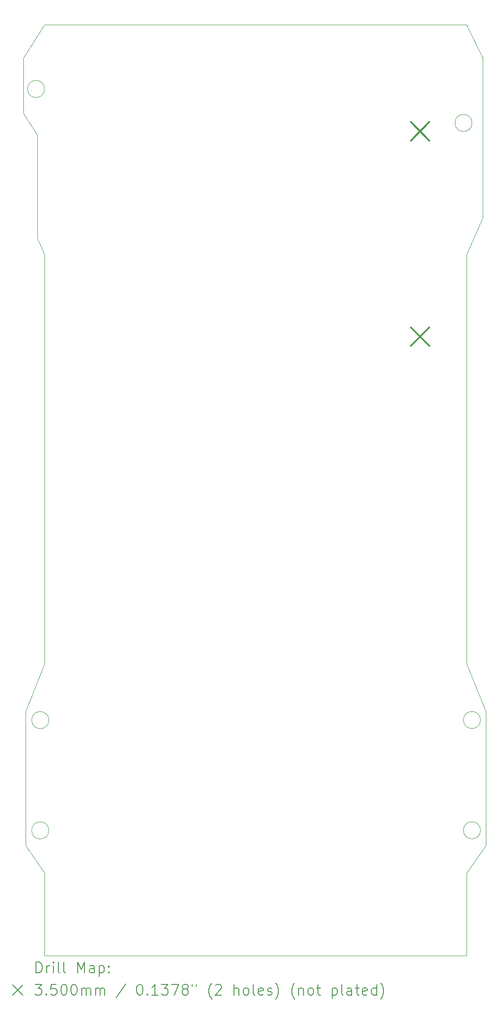
<source format=gbr>
%TF.GenerationSoftware,KiCad,Pcbnew,7.0.1*%
%TF.CreationDate,2023-07-04T17:25:52-07:00*%
%TF.ProjectId,Y6502,59363530-322e-46b6-9963-61645f706362,rev?*%
%TF.SameCoordinates,Original*%
%TF.FileFunction,Drillmap*%
%TF.FilePolarity,Positive*%
%FSLAX45Y45*%
G04 Gerber Fmt 4.5, Leading zero omitted, Abs format (unit mm)*
G04 Created by KiCad (PCBNEW 7.0.1) date 2023-07-04 17:25:52*
%MOMM*%
%LPD*%
G01*
G04 APERTURE LIST*
%ADD10C,0.100000*%
%ADD11C,0.200000*%
%ADD12C,0.350000*%
G04 APERTURE END LIST*
D10*
X8280954Y-3279046D02*
G75*
G03*
X8280954Y-3279046I-160954J0D01*
G01*
X8280000Y-6400000D02*
X8140000Y-6080000D01*
X16240000Y-19480000D02*
X16240000Y-19600000D01*
X8360954Y-15160954D02*
G75*
G03*
X8360954Y-15160954I-160954J0D01*
G01*
X8280000Y-6400000D02*
X8280000Y-14100000D01*
X16540000Y-5700000D02*
X16240000Y-6400000D01*
X16240000Y-18040000D02*
X16240000Y-19480000D01*
X16600000Y-15000000D02*
X16600000Y-17520000D01*
X8280000Y-14100000D02*
X7920000Y-15000000D01*
X8360954Y-17239046D02*
G75*
G03*
X8360954Y-17239046I-160954J0D01*
G01*
X7880000Y-3740000D02*
X8140000Y-4140000D01*
X8281000Y-2068000D02*
X16241000Y-2068000D01*
X8280000Y-18040000D02*
X8280000Y-19600000D01*
X16500954Y-17237137D02*
G75*
G03*
X16500954Y-17237137I-160954J0D01*
G01*
X16500954Y-15159046D02*
G75*
G03*
X16500954Y-15159046I-160954J0D01*
G01*
X16340954Y-3919046D02*
G75*
G03*
X16340954Y-3919046I-160954J0D01*
G01*
X8280000Y-19600000D02*
X16240000Y-19600000D01*
X16241000Y-2068000D02*
X16540000Y-2700000D01*
X7920000Y-17520000D02*
X8280000Y-18040000D01*
X16240000Y-14100000D02*
X16600000Y-15000000D01*
X7920000Y-15000000D02*
X7920000Y-17520000D01*
X8140000Y-4140000D02*
X8140000Y-6080000D01*
X16240000Y-6400000D02*
X16240000Y-14100000D01*
X8281000Y-2068000D02*
X7880000Y-2700000D01*
X7880000Y-2700000D02*
X7880000Y-3740000D01*
X16540000Y-2700000D02*
X16540000Y-5700000D01*
X16600000Y-17520000D02*
X16240000Y-18040000D01*
D11*
D12*
X15185000Y-3902000D02*
X15535000Y-4252000D01*
X15535000Y-3902000D02*
X15185000Y-4252000D01*
X15185000Y-7768000D02*
X15535000Y-8118000D01*
X15535000Y-7768000D02*
X15185000Y-8118000D01*
D11*
X8122619Y-19917524D02*
X8122619Y-19717524D01*
X8122619Y-19717524D02*
X8170238Y-19717524D01*
X8170238Y-19717524D02*
X8198809Y-19727048D01*
X8198809Y-19727048D02*
X8217857Y-19746095D01*
X8217857Y-19746095D02*
X8227381Y-19765143D01*
X8227381Y-19765143D02*
X8236905Y-19803238D01*
X8236905Y-19803238D02*
X8236905Y-19831810D01*
X8236905Y-19831810D02*
X8227381Y-19869905D01*
X8227381Y-19869905D02*
X8217857Y-19888952D01*
X8217857Y-19888952D02*
X8198809Y-19908000D01*
X8198809Y-19908000D02*
X8170238Y-19917524D01*
X8170238Y-19917524D02*
X8122619Y-19917524D01*
X8322619Y-19917524D02*
X8322619Y-19784190D01*
X8322619Y-19822286D02*
X8332143Y-19803238D01*
X8332143Y-19803238D02*
X8341667Y-19793714D01*
X8341667Y-19793714D02*
X8360714Y-19784190D01*
X8360714Y-19784190D02*
X8379762Y-19784190D01*
X8446429Y-19917524D02*
X8446429Y-19784190D01*
X8446429Y-19717524D02*
X8436905Y-19727048D01*
X8436905Y-19727048D02*
X8446429Y-19736571D01*
X8446429Y-19736571D02*
X8455952Y-19727048D01*
X8455952Y-19727048D02*
X8446429Y-19717524D01*
X8446429Y-19717524D02*
X8446429Y-19736571D01*
X8570238Y-19917524D02*
X8551190Y-19908000D01*
X8551190Y-19908000D02*
X8541667Y-19888952D01*
X8541667Y-19888952D02*
X8541667Y-19717524D01*
X8675000Y-19917524D02*
X8655952Y-19908000D01*
X8655952Y-19908000D02*
X8646429Y-19888952D01*
X8646429Y-19888952D02*
X8646429Y-19717524D01*
X8903571Y-19917524D02*
X8903571Y-19717524D01*
X8903571Y-19717524D02*
X8970238Y-19860381D01*
X8970238Y-19860381D02*
X9036905Y-19717524D01*
X9036905Y-19717524D02*
X9036905Y-19917524D01*
X9217857Y-19917524D02*
X9217857Y-19812762D01*
X9217857Y-19812762D02*
X9208333Y-19793714D01*
X9208333Y-19793714D02*
X9189286Y-19784190D01*
X9189286Y-19784190D02*
X9151190Y-19784190D01*
X9151190Y-19784190D02*
X9132143Y-19793714D01*
X9217857Y-19908000D02*
X9198810Y-19917524D01*
X9198810Y-19917524D02*
X9151190Y-19917524D01*
X9151190Y-19917524D02*
X9132143Y-19908000D01*
X9132143Y-19908000D02*
X9122619Y-19888952D01*
X9122619Y-19888952D02*
X9122619Y-19869905D01*
X9122619Y-19869905D02*
X9132143Y-19850857D01*
X9132143Y-19850857D02*
X9151190Y-19841333D01*
X9151190Y-19841333D02*
X9198810Y-19841333D01*
X9198810Y-19841333D02*
X9217857Y-19831810D01*
X9313095Y-19784190D02*
X9313095Y-19984190D01*
X9313095Y-19793714D02*
X9332143Y-19784190D01*
X9332143Y-19784190D02*
X9370238Y-19784190D01*
X9370238Y-19784190D02*
X9389286Y-19793714D01*
X9389286Y-19793714D02*
X9398810Y-19803238D01*
X9398810Y-19803238D02*
X9408333Y-19822286D01*
X9408333Y-19822286D02*
X9408333Y-19879429D01*
X9408333Y-19879429D02*
X9398810Y-19898476D01*
X9398810Y-19898476D02*
X9389286Y-19908000D01*
X9389286Y-19908000D02*
X9370238Y-19917524D01*
X9370238Y-19917524D02*
X9332143Y-19917524D01*
X9332143Y-19917524D02*
X9313095Y-19908000D01*
X9494048Y-19898476D02*
X9503571Y-19908000D01*
X9503571Y-19908000D02*
X9494048Y-19917524D01*
X9494048Y-19917524D02*
X9484524Y-19908000D01*
X9484524Y-19908000D02*
X9494048Y-19898476D01*
X9494048Y-19898476D02*
X9494048Y-19917524D01*
X9494048Y-19793714D02*
X9503571Y-19803238D01*
X9503571Y-19803238D02*
X9494048Y-19812762D01*
X9494048Y-19812762D02*
X9484524Y-19803238D01*
X9484524Y-19803238D02*
X9494048Y-19793714D01*
X9494048Y-19793714D02*
X9494048Y-19812762D01*
X7675000Y-20145000D02*
X7875000Y-20345000D01*
X7875000Y-20145000D02*
X7675000Y-20345000D01*
X8103571Y-20137524D02*
X8227381Y-20137524D01*
X8227381Y-20137524D02*
X8160714Y-20213714D01*
X8160714Y-20213714D02*
X8189286Y-20213714D01*
X8189286Y-20213714D02*
X8208333Y-20223238D01*
X8208333Y-20223238D02*
X8217857Y-20232762D01*
X8217857Y-20232762D02*
X8227381Y-20251810D01*
X8227381Y-20251810D02*
X8227381Y-20299429D01*
X8227381Y-20299429D02*
X8217857Y-20318476D01*
X8217857Y-20318476D02*
X8208333Y-20328000D01*
X8208333Y-20328000D02*
X8189286Y-20337524D01*
X8189286Y-20337524D02*
X8132143Y-20337524D01*
X8132143Y-20337524D02*
X8113095Y-20328000D01*
X8113095Y-20328000D02*
X8103571Y-20318476D01*
X8313095Y-20318476D02*
X8322619Y-20328000D01*
X8322619Y-20328000D02*
X8313095Y-20337524D01*
X8313095Y-20337524D02*
X8303571Y-20328000D01*
X8303571Y-20328000D02*
X8313095Y-20318476D01*
X8313095Y-20318476D02*
X8313095Y-20337524D01*
X8503571Y-20137524D02*
X8408333Y-20137524D01*
X8408333Y-20137524D02*
X8398810Y-20232762D01*
X8398810Y-20232762D02*
X8408333Y-20223238D01*
X8408333Y-20223238D02*
X8427381Y-20213714D01*
X8427381Y-20213714D02*
X8475000Y-20213714D01*
X8475000Y-20213714D02*
X8494048Y-20223238D01*
X8494048Y-20223238D02*
X8503571Y-20232762D01*
X8503571Y-20232762D02*
X8513095Y-20251810D01*
X8513095Y-20251810D02*
X8513095Y-20299429D01*
X8513095Y-20299429D02*
X8503571Y-20318476D01*
X8503571Y-20318476D02*
X8494048Y-20328000D01*
X8494048Y-20328000D02*
X8475000Y-20337524D01*
X8475000Y-20337524D02*
X8427381Y-20337524D01*
X8427381Y-20337524D02*
X8408333Y-20328000D01*
X8408333Y-20328000D02*
X8398810Y-20318476D01*
X8636905Y-20137524D02*
X8655952Y-20137524D01*
X8655952Y-20137524D02*
X8675000Y-20147048D01*
X8675000Y-20147048D02*
X8684524Y-20156571D01*
X8684524Y-20156571D02*
X8694048Y-20175619D01*
X8694048Y-20175619D02*
X8703571Y-20213714D01*
X8703571Y-20213714D02*
X8703571Y-20261333D01*
X8703571Y-20261333D02*
X8694048Y-20299429D01*
X8694048Y-20299429D02*
X8684524Y-20318476D01*
X8684524Y-20318476D02*
X8675000Y-20328000D01*
X8675000Y-20328000D02*
X8655952Y-20337524D01*
X8655952Y-20337524D02*
X8636905Y-20337524D01*
X8636905Y-20337524D02*
X8617857Y-20328000D01*
X8617857Y-20328000D02*
X8608333Y-20318476D01*
X8608333Y-20318476D02*
X8598810Y-20299429D01*
X8598810Y-20299429D02*
X8589286Y-20261333D01*
X8589286Y-20261333D02*
X8589286Y-20213714D01*
X8589286Y-20213714D02*
X8598810Y-20175619D01*
X8598810Y-20175619D02*
X8608333Y-20156571D01*
X8608333Y-20156571D02*
X8617857Y-20147048D01*
X8617857Y-20147048D02*
X8636905Y-20137524D01*
X8827381Y-20137524D02*
X8846429Y-20137524D01*
X8846429Y-20137524D02*
X8865476Y-20147048D01*
X8865476Y-20147048D02*
X8875000Y-20156571D01*
X8875000Y-20156571D02*
X8884524Y-20175619D01*
X8884524Y-20175619D02*
X8894048Y-20213714D01*
X8894048Y-20213714D02*
X8894048Y-20261333D01*
X8894048Y-20261333D02*
X8884524Y-20299429D01*
X8884524Y-20299429D02*
X8875000Y-20318476D01*
X8875000Y-20318476D02*
X8865476Y-20328000D01*
X8865476Y-20328000D02*
X8846429Y-20337524D01*
X8846429Y-20337524D02*
X8827381Y-20337524D01*
X8827381Y-20337524D02*
X8808333Y-20328000D01*
X8808333Y-20328000D02*
X8798810Y-20318476D01*
X8798810Y-20318476D02*
X8789286Y-20299429D01*
X8789286Y-20299429D02*
X8779762Y-20261333D01*
X8779762Y-20261333D02*
X8779762Y-20213714D01*
X8779762Y-20213714D02*
X8789286Y-20175619D01*
X8789286Y-20175619D02*
X8798810Y-20156571D01*
X8798810Y-20156571D02*
X8808333Y-20147048D01*
X8808333Y-20147048D02*
X8827381Y-20137524D01*
X8979762Y-20337524D02*
X8979762Y-20204190D01*
X8979762Y-20223238D02*
X8989286Y-20213714D01*
X8989286Y-20213714D02*
X9008333Y-20204190D01*
X9008333Y-20204190D02*
X9036905Y-20204190D01*
X9036905Y-20204190D02*
X9055952Y-20213714D01*
X9055952Y-20213714D02*
X9065476Y-20232762D01*
X9065476Y-20232762D02*
X9065476Y-20337524D01*
X9065476Y-20232762D02*
X9075000Y-20213714D01*
X9075000Y-20213714D02*
X9094048Y-20204190D01*
X9094048Y-20204190D02*
X9122619Y-20204190D01*
X9122619Y-20204190D02*
X9141667Y-20213714D01*
X9141667Y-20213714D02*
X9151191Y-20232762D01*
X9151191Y-20232762D02*
X9151191Y-20337524D01*
X9246429Y-20337524D02*
X9246429Y-20204190D01*
X9246429Y-20223238D02*
X9255952Y-20213714D01*
X9255952Y-20213714D02*
X9275000Y-20204190D01*
X9275000Y-20204190D02*
X9303572Y-20204190D01*
X9303572Y-20204190D02*
X9322619Y-20213714D01*
X9322619Y-20213714D02*
X9332143Y-20232762D01*
X9332143Y-20232762D02*
X9332143Y-20337524D01*
X9332143Y-20232762D02*
X9341667Y-20213714D01*
X9341667Y-20213714D02*
X9360714Y-20204190D01*
X9360714Y-20204190D02*
X9389286Y-20204190D01*
X9389286Y-20204190D02*
X9408333Y-20213714D01*
X9408333Y-20213714D02*
X9417857Y-20232762D01*
X9417857Y-20232762D02*
X9417857Y-20337524D01*
X9808333Y-20128000D02*
X9636905Y-20385143D01*
X10065476Y-20137524D02*
X10084524Y-20137524D01*
X10084524Y-20137524D02*
X10103572Y-20147048D01*
X10103572Y-20147048D02*
X10113095Y-20156571D01*
X10113095Y-20156571D02*
X10122619Y-20175619D01*
X10122619Y-20175619D02*
X10132143Y-20213714D01*
X10132143Y-20213714D02*
X10132143Y-20261333D01*
X10132143Y-20261333D02*
X10122619Y-20299429D01*
X10122619Y-20299429D02*
X10113095Y-20318476D01*
X10113095Y-20318476D02*
X10103572Y-20328000D01*
X10103572Y-20328000D02*
X10084524Y-20337524D01*
X10084524Y-20337524D02*
X10065476Y-20337524D01*
X10065476Y-20337524D02*
X10046429Y-20328000D01*
X10046429Y-20328000D02*
X10036905Y-20318476D01*
X10036905Y-20318476D02*
X10027381Y-20299429D01*
X10027381Y-20299429D02*
X10017857Y-20261333D01*
X10017857Y-20261333D02*
X10017857Y-20213714D01*
X10017857Y-20213714D02*
X10027381Y-20175619D01*
X10027381Y-20175619D02*
X10036905Y-20156571D01*
X10036905Y-20156571D02*
X10046429Y-20147048D01*
X10046429Y-20147048D02*
X10065476Y-20137524D01*
X10217857Y-20318476D02*
X10227381Y-20328000D01*
X10227381Y-20328000D02*
X10217857Y-20337524D01*
X10217857Y-20337524D02*
X10208334Y-20328000D01*
X10208334Y-20328000D02*
X10217857Y-20318476D01*
X10217857Y-20318476D02*
X10217857Y-20337524D01*
X10417857Y-20337524D02*
X10303572Y-20337524D01*
X10360714Y-20337524D02*
X10360714Y-20137524D01*
X10360714Y-20137524D02*
X10341667Y-20166095D01*
X10341667Y-20166095D02*
X10322619Y-20185143D01*
X10322619Y-20185143D02*
X10303572Y-20194667D01*
X10484524Y-20137524D02*
X10608334Y-20137524D01*
X10608334Y-20137524D02*
X10541667Y-20213714D01*
X10541667Y-20213714D02*
X10570238Y-20213714D01*
X10570238Y-20213714D02*
X10589286Y-20223238D01*
X10589286Y-20223238D02*
X10598810Y-20232762D01*
X10598810Y-20232762D02*
X10608334Y-20251810D01*
X10608334Y-20251810D02*
X10608334Y-20299429D01*
X10608334Y-20299429D02*
X10598810Y-20318476D01*
X10598810Y-20318476D02*
X10589286Y-20328000D01*
X10589286Y-20328000D02*
X10570238Y-20337524D01*
X10570238Y-20337524D02*
X10513095Y-20337524D01*
X10513095Y-20337524D02*
X10494048Y-20328000D01*
X10494048Y-20328000D02*
X10484524Y-20318476D01*
X10675000Y-20137524D02*
X10808334Y-20137524D01*
X10808334Y-20137524D02*
X10722619Y-20337524D01*
X10913095Y-20223238D02*
X10894048Y-20213714D01*
X10894048Y-20213714D02*
X10884524Y-20204190D01*
X10884524Y-20204190D02*
X10875000Y-20185143D01*
X10875000Y-20185143D02*
X10875000Y-20175619D01*
X10875000Y-20175619D02*
X10884524Y-20156571D01*
X10884524Y-20156571D02*
X10894048Y-20147048D01*
X10894048Y-20147048D02*
X10913095Y-20137524D01*
X10913095Y-20137524D02*
X10951191Y-20137524D01*
X10951191Y-20137524D02*
X10970238Y-20147048D01*
X10970238Y-20147048D02*
X10979762Y-20156571D01*
X10979762Y-20156571D02*
X10989286Y-20175619D01*
X10989286Y-20175619D02*
X10989286Y-20185143D01*
X10989286Y-20185143D02*
X10979762Y-20204190D01*
X10979762Y-20204190D02*
X10970238Y-20213714D01*
X10970238Y-20213714D02*
X10951191Y-20223238D01*
X10951191Y-20223238D02*
X10913095Y-20223238D01*
X10913095Y-20223238D02*
X10894048Y-20232762D01*
X10894048Y-20232762D02*
X10884524Y-20242286D01*
X10884524Y-20242286D02*
X10875000Y-20261333D01*
X10875000Y-20261333D02*
X10875000Y-20299429D01*
X10875000Y-20299429D02*
X10884524Y-20318476D01*
X10884524Y-20318476D02*
X10894048Y-20328000D01*
X10894048Y-20328000D02*
X10913095Y-20337524D01*
X10913095Y-20337524D02*
X10951191Y-20337524D01*
X10951191Y-20337524D02*
X10970238Y-20328000D01*
X10970238Y-20328000D02*
X10979762Y-20318476D01*
X10979762Y-20318476D02*
X10989286Y-20299429D01*
X10989286Y-20299429D02*
X10989286Y-20261333D01*
X10989286Y-20261333D02*
X10979762Y-20242286D01*
X10979762Y-20242286D02*
X10970238Y-20232762D01*
X10970238Y-20232762D02*
X10951191Y-20223238D01*
X11065476Y-20137524D02*
X11065476Y-20175619D01*
X11141667Y-20137524D02*
X11141667Y-20175619D01*
X11436905Y-20413714D02*
X11427381Y-20404190D01*
X11427381Y-20404190D02*
X11408334Y-20375619D01*
X11408334Y-20375619D02*
X11398810Y-20356571D01*
X11398810Y-20356571D02*
X11389286Y-20328000D01*
X11389286Y-20328000D02*
X11379762Y-20280381D01*
X11379762Y-20280381D02*
X11379762Y-20242286D01*
X11379762Y-20242286D02*
X11389286Y-20194667D01*
X11389286Y-20194667D02*
X11398810Y-20166095D01*
X11398810Y-20166095D02*
X11408334Y-20147048D01*
X11408334Y-20147048D02*
X11427381Y-20118476D01*
X11427381Y-20118476D02*
X11436905Y-20108952D01*
X11503572Y-20156571D02*
X11513095Y-20147048D01*
X11513095Y-20147048D02*
X11532143Y-20137524D01*
X11532143Y-20137524D02*
X11579762Y-20137524D01*
X11579762Y-20137524D02*
X11598810Y-20147048D01*
X11598810Y-20147048D02*
X11608334Y-20156571D01*
X11608334Y-20156571D02*
X11617857Y-20175619D01*
X11617857Y-20175619D02*
X11617857Y-20194667D01*
X11617857Y-20194667D02*
X11608334Y-20223238D01*
X11608334Y-20223238D02*
X11494048Y-20337524D01*
X11494048Y-20337524D02*
X11617857Y-20337524D01*
X11855953Y-20337524D02*
X11855953Y-20137524D01*
X11941667Y-20337524D02*
X11941667Y-20232762D01*
X11941667Y-20232762D02*
X11932143Y-20213714D01*
X11932143Y-20213714D02*
X11913096Y-20204190D01*
X11913096Y-20204190D02*
X11884524Y-20204190D01*
X11884524Y-20204190D02*
X11865476Y-20213714D01*
X11865476Y-20213714D02*
X11855953Y-20223238D01*
X12065476Y-20337524D02*
X12046429Y-20328000D01*
X12046429Y-20328000D02*
X12036905Y-20318476D01*
X12036905Y-20318476D02*
X12027381Y-20299429D01*
X12027381Y-20299429D02*
X12027381Y-20242286D01*
X12027381Y-20242286D02*
X12036905Y-20223238D01*
X12036905Y-20223238D02*
X12046429Y-20213714D01*
X12046429Y-20213714D02*
X12065476Y-20204190D01*
X12065476Y-20204190D02*
X12094048Y-20204190D01*
X12094048Y-20204190D02*
X12113096Y-20213714D01*
X12113096Y-20213714D02*
X12122619Y-20223238D01*
X12122619Y-20223238D02*
X12132143Y-20242286D01*
X12132143Y-20242286D02*
X12132143Y-20299429D01*
X12132143Y-20299429D02*
X12122619Y-20318476D01*
X12122619Y-20318476D02*
X12113096Y-20328000D01*
X12113096Y-20328000D02*
X12094048Y-20337524D01*
X12094048Y-20337524D02*
X12065476Y-20337524D01*
X12246429Y-20337524D02*
X12227381Y-20328000D01*
X12227381Y-20328000D02*
X12217857Y-20308952D01*
X12217857Y-20308952D02*
X12217857Y-20137524D01*
X12398810Y-20328000D02*
X12379762Y-20337524D01*
X12379762Y-20337524D02*
X12341667Y-20337524D01*
X12341667Y-20337524D02*
X12322619Y-20328000D01*
X12322619Y-20328000D02*
X12313096Y-20308952D01*
X12313096Y-20308952D02*
X12313096Y-20232762D01*
X12313096Y-20232762D02*
X12322619Y-20213714D01*
X12322619Y-20213714D02*
X12341667Y-20204190D01*
X12341667Y-20204190D02*
X12379762Y-20204190D01*
X12379762Y-20204190D02*
X12398810Y-20213714D01*
X12398810Y-20213714D02*
X12408334Y-20232762D01*
X12408334Y-20232762D02*
X12408334Y-20251810D01*
X12408334Y-20251810D02*
X12313096Y-20270857D01*
X12484524Y-20328000D02*
X12503572Y-20337524D01*
X12503572Y-20337524D02*
X12541667Y-20337524D01*
X12541667Y-20337524D02*
X12560715Y-20328000D01*
X12560715Y-20328000D02*
X12570238Y-20308952D01*
X12570238Y-20308952D02*
X12570238Y-20299429D01*
X12570238Y-20299429D02*
X12560715Y-20280381D01*
X12560715Y-20280381D02*
X12541667Y-20270857D01*
X12541667Y-20270857D02*
X12513096Y-20270857D01*
X12513096Y-20270857D02*
X12494048Y-20261333D01*
X12494048Y-20261333D02*
X12484524Y-20242286D01*
X12484524Y-20242286D02*
X12484524Y-20232762D01*
X12484524Y-20232762D02*
X12494048Y-20213714D01*
X12494048Y-20213714D02*
X12513096Y-20204190D01*
X12513096Y-20204190D02*
X12541667Y-20204190D01*
X12541667Y-20204190D02*
X12560715Y-20213714D01*
X12636905Y-20413714D02*
X12646429Y-20404190D01*
X12646429Y-20404190D02*
X12665477Y-20375619D01*
X12665477Y-20375619D02*
X12675000Y-20356571D01*
X12675000Y-20356571D02*
X12684524Y-20328000D01*
X12684524Y-20328000D02*
X12694048Y-20280381D01*
X12694048Y-20280381D02*
X12694048Y-20242286D01*
X12694048Y-20242286D02*
X12684524Y-20194667D01*
X12684524Y-20194667D02*
X12675000Y-20166095D01*
X12675000Y-20166095D02*
X12665477Y-20147048D01*
X12665477Y-20147048D02*
X12646429Y-20118476D01*
X12646429Y-20118476D02*
X12636905Y-20108952D01*
X12998810Y-20413714D02*
X12989286Y-20404190D01*
X12989286Y-20404190D02*
X12970238Y-20375619D01*
X12970238Y-20375619D02*
X12960715Y-20356571D01*
X12960715Y-20356571D02*
X12951191Y-20328000D01*
X12951191Y-20328000D02*
X12941667Y-20280381D01*
X12941667Y-20280381D02*
X12941667Y-20242286D01*
X12941667Y-20242286D02*
X12951191Y-20194667D01*
X12951191Y-20194667D02*
X12960715Y-20166095D01*
X12960715Y-20166095D02*
X12970238Y-20147048D01*
X12970238Y-20147048D02*
X12989286Y-20118476D01*
X12989286Y-20118476D02*
X12998810Y-20108952D01*
X13075000Y-20204190D02*
X13075000Y-20337524D01*
X13075000Y-20223238D02*
X13084524Y-20213714D01*
X13084524Y-20213714D02*
X13103572Y-20204190D01*
X13103572Y-20204190D02*
X13132143Y-20204190D01*
X13132143Y-20204190D02*
X13151191Y-20213714D01*
X13151191Y-20213714D02*
X13160715Y-20232762D01*
X13160715Y-20232762D02*
X13160715Y-20337524D01*
X13284524Y-20337524D02*
X13265477Y-20328000D01*
X13265477Y-20328000D02*
X13255953Y-20318476D01*
X13255953Y-20318476D02*
X13246429Y-20299429D01*
X13246429Y-20299429D02*
X13246429Y-20242286D01*
X13246429Y-20242286D02*
X13255953Y-20223238D01*
X13255953Y-20223238D02*
X13265477Y-20213714D01*
X13265477Y-20213714D02*
X13284524Y-20204190D01*
X13284524Y-20204190D02*
X13313096Y-20204190D01*
X13313096Y-20204190D02*
X13332143Y-20213714D01*
X13332143Y-20213714D02*
X13341667Y-20223238D01*
X13341667Y-20223238D02*
X13351191Y-20242286D01*
X13351191Y-20242286D02*
X13351191Y-20299429D01*
X13351191Y-20299429D02*
X13341667Y-20318476D01*
X13341667Y-20318476D02*
X13332143Y-20328000D01*
X13332143Y-20328000D02*
X13313096Y-20337524D01*
X13313096Y-20337524D02*
X13284524Y-20337524D01*
X13408334Y-20204190D02*
X13484524Y-20204190D01*
X13436905Y-20137524D02*
X13436905Y-20308952D01*
X13436905Y-20308952D02*
X13446429Y-20328000D01*
X13446429Y-20328000D02*
X13465477Y-20337524D01*
X13465477Y-20337524D02*
X13484524Y-20337524D01*
X13703572Y-20204190D02*
X13703572Y-20404190D01*
X13703572Y-20213714D02*
X13722619Y-20204190D01*
X13722619Y-20204190D02*
X13760715Y-20204190D01*
X13760715Y-20204190D02*
X13779762Y-20213714D01*
X13779762Y-20213714D02*
X13789286Y-20223238D01*
X13789286Y-20223238D02*
X13798810Y-20242286D01*
X13798810Y-20242286D02*
X13798810Y-20299429D01*
X13798810Y-20299429D02*
X13789286Y-20318476D01*
X13789286Y-20318476D02*
X13779762Y-20328000D01*
X13779762Y-20328000D02*
X13760715Y-20337524D01*
X13760715Y-20337524D02*
X13722619Y-20337524D01*
X13722619Y-20337524D02*
X13703572Y-20328000D01*
X13913096Y-20337524D02*
X13894048Y-20328000D01*
X13894048Y-20328000D02*
X13884524Y-20308952D01*
X13884524Y-20308952D02*
X13884524Y-20137524D01*
X14075000Y-20337524D02*
X14075000Y-20232762D01*
X14075000Y-20232762D02*
X14065477Y-20213714D01*
X14065477Y-20213714D02*
X14046429Y-20204190D01*
X14046429Y-20204190D02*
X14008334Y-20204190D01*
X14008334Y-20204190D02*
X13989286Y-20213714D01*
X14075000Y-20328000D02*
X14055953Y-20337524D01*
X14055953Y-20337524D02*
X14008334Y-20337524D01*
X14008334Y-20337524D02*
X13989286Y-20328000D01*
X13989286Y-20328000D02*
X13979762Y-20308952D01*
X13979762Y-20308952D02*
X13979762Y-20289905D01*
X13979762Y-20289905D02*
X13989286Y-20270857D01*
X13989286Y-20270857D02*
X14008334Y-20261333D01*
X14008334Y-20261333D02*
X14055953Y-20261333D01*
X14055953Y-20261333D02*
X14075000Y-20251810D01*
X14141667Y-20204190D02*
X14217858Y-20204190D01*
X14170239Y-20137524D02*
X14170239Y-20308952D01*
X14170239Y-20308952D02*
X14179762Y-20328000D01*
X14179762Y-20328000D02*
X14198810Y-20337524D01*
X14198810Y-20337524D02*
X14217858Y-20337524D01*
X14360715Y-20328000D02*
X14341667Y-20337524D01*
X14341667Y-20337524D02*
X14303572Y-20337524D01*
X14303572Y-20337524D02*
X14284524Y-20328000D01*
X14284524Y-20328000D02*
X14275000Y-20308952D01*
X14275000Y-20308952D02*
X14275000Y-20232762D01*
X14275000Y-20232762D02*
X14284524Y-20213714D01*
X14284524Y-20213714D02*
X14303572Y-20204190D01*
X14303572Y-20204190D02*
X14341667Y-20204190D01*
X14341667Y-20204190D02*
X14360715Y-20213714D01*
X14360715Y-20213714D02*
X14370239Y-20232762D01*
X14370239Y-20232762D02*
X14370239Y-20251810D01*
X14370239Y-20251810D02*
X14275000Y-20270857D01*
X14541667Y-20337524D02*
X14541667Y-20137524D01*
X14541667Y-20328000D02*
X14522620Y-20337524D01*
X14522620Y-20337524D02*
X14484524Y-20337524D01*
X14484524Y-20337524D02*
X14465477Y-20328000D01*
X14465477Y-20328000D02*
X14455953Y-20318476D01*
X14455953Y-20318476D02*
X14446429Y-20299429D01*
X14446429Y-20299429D02*
X14446429Y-20242286D01*
X14446429Y-20242286D02*
X14455953Y-20223238D01*
X14455953Y-20223238D02*
X14465477Y-20213714D01*
X14465477Y-20213714D02*
X14484524Y-20204190D01*
X14484524Y-20204190D02*
X14522620Y-20204190D01*
X14522620Y-20204190D02*
X14541667Y-20213714D01*
X14617858Y-20413714D02*
X14627381Y-20404190D01*
X14627381Y-20404190D02*
X14646429Y-20375619D01*
X14646429Y-20375619D02*
X14655953Y-20356571D01*
X14655953Y-20356571D02*
X14665477Y-20328000D01*
X14665477Y-20328000D02*
X14675000Y-20280381D01*
X14675000Y-20280381D02*
X14675000Y-20242286D01*
X14675000Y-20242286D02*
X14665477Y-20194667D01*
X14665477Y-20194667D02*
X14655953Y-20166095D01*
X14655953Y-20166095D02*
X14646429Y-20147048D01*
X14646429Y-20147048D02*
X14627381Y-20118476D01*
X14627381Y-20118476D02*
X14617858Y-20108952D01*
M02*

</source>
